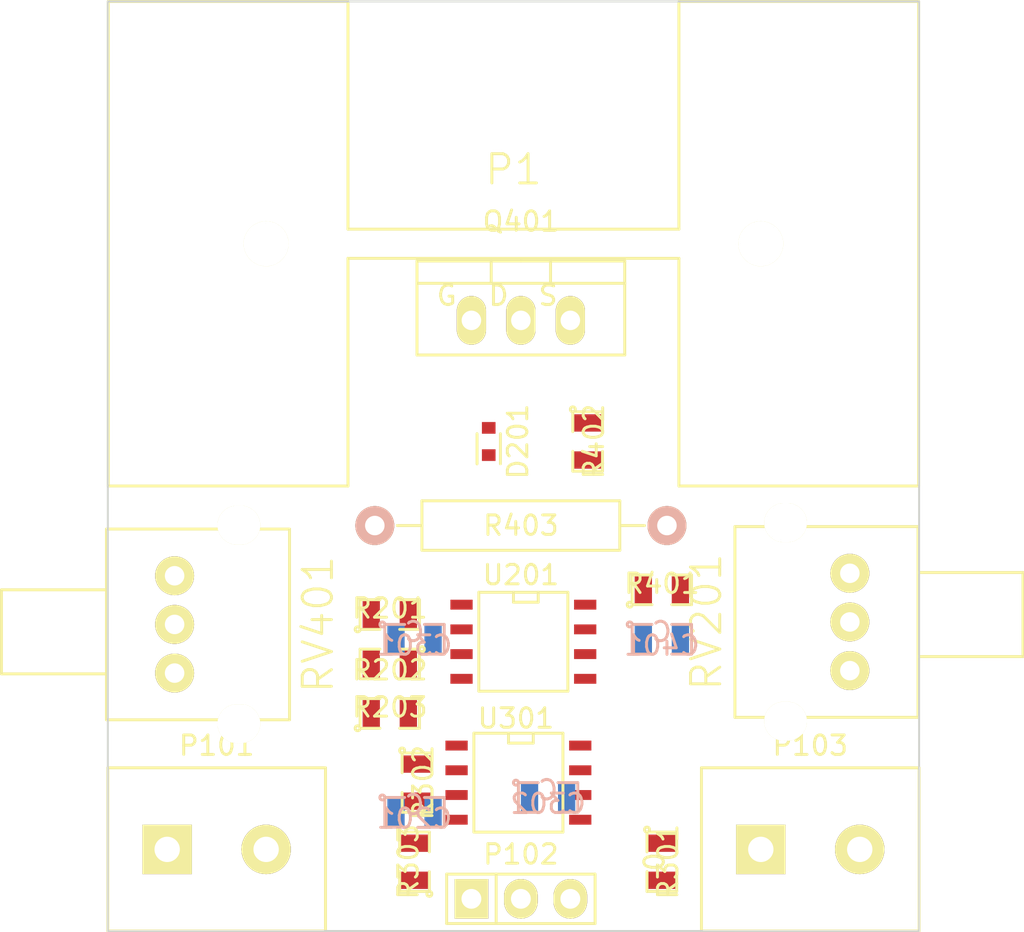
<source format=kicad_pcb>
(kicad_pcb (version 4) (host pcbnew 0.201502091101+5410~21~ubuntu14.04.1-product)

  (general
    (links 43)
    (no_connects 42)
    (area 106.121999 35.763999 147.878001 83.616001)
    (thickness 1.6)
    (drawings 4)
    (tracks 0)
    (zones 0)
    (modules 23)
    (nets 18)
  )

  (page A4)
  (layers
    (0 F.Cu signal)
    (31 B.Cu signal)
    (32 B.Adhes user)
    (33 F.Adhes user)
    (34 B.Paste user)
    (35 F.Paste user)
    (36 B.SilkS user hide)
    (37 F.SilkS user)
    (38 B.Mask user hide)
    (39 F.Mask user)
    (40 Dwgs.User user)
    (41 Cmts.User user)
    (42 Eco1.User user)
    (43 Eco2.User user)
    (44 Edge.Cuts user)
    (45 Margin user)
    (46 B.CrtYd user)
    (47 F.CrtYd user)
    (48 B.Fab user)
    (49 F.Fab user)
  )

  (setup
    (last_trace_width 0.254)
    (trace_clearance 0.254)
    (zone_clearance 0.508)
    (zone_45_only no)
    (trace_min 0.254)
    (segment_width 0.2)
    (edge_width 0.1)
    (via_size 0.889)
    (via_drill 0.635)
    (via_min_size 0.889)
    (via_min_drill 0.508)
    (uvia_size 0.508)
    (uvia_drill 0.127)
    (uvias_allowed no)
    (uvia_min_size 0.508)
    (uvia_min_drill 0.127)
    (pcb_text_width 0.3)
    (pcb_text_size 1.5 1.5)
    (mod_edge_width 0.15)
    (mod_text_size 1 1)
    (mod_text_width 0.15)
    (pad_size 1.5 1.5)
    (pad_drill 0.6)
    (pad_to_mask_clearance 0)
    (aux_axis_origin 0 0)
    (visible_elements FFFFF33F)
    (pcbplotparams
      (layerselection 0x00030_80000001)
      (usegerberextensions false)
      (excludeedgelayer true)
      (linewidth 0.100000)
      (plotframeref false)
      (viasonmask false)
      (mode 1)
      (useauxorigin false)
      (hpglpennumber 1)
      (hpglpenspeed 20)
      (hpglpendiameter 15)
      (hpglpenoverlay 2)
      (psnegative false)
      (psa4output false)
      (plotreference true)
      (plotvalue true)
      (plotinvisibletext false)
      (padsonsilk false)
      (subtractmaskfromsilk false)
      (outputformat 1)
      (mirror false)
      (drillshape 1)
      (scaleselection 1)
      (outputdirectory ""))
  )

  (net 0 "")
  (net 1 2.7V)
  (net 2 GND)
  (net 3 "/Power Regulation/Vin")
  (net 4 "/Current Control/FET_Gate")
  (net 5 "Net-(D201-Pad2)")
  (net 6 "Net-(P101-Pad1)")
  (net 7 "/Current Control/Current_Sink+")
  (net 8 "Net-(Q401-PadS)")
  (net 9 "/Voltage Control/Current_Sink-")
  (net 10 "Net-(R202-Pad2)")
  (net 11 "Net-(R301-Pad1)")
  (net 12 "Net-(R302-Pad2)")
  (net 13 "Net-(R402-Pad2)")
  (net 14 "Net-(R201-Pad2)")
  (net 15 "Net-(R401-Pad2)")
  (net 16 "Net-(RV201-Pad1)")
  (net 17 "Net-(RV401-Pad3)")

  (net_class Default "This is the default net class."
    (clearance 0.254)
    (trace_width 0.254)
    (via_dia 0.889)
    (via_drill 0.635)
    (uvia_dia 0.508)
    (uvia_drill 0.127)
    (add_net "/Current Control/Current_Sink+")
    (add_net "/Current Control/FET_Gate")
    (add_net "/Power Regulation/Vin")
    (add_net "/Voltage Control/Current_Sink-")
    (add_net 2.7V)
    (add_net GND)
    (add_net "Net-(D201-Pad2)")
    (add_net "Net-(P101-Pad1)")
    (add_net "Net-(Q401-PadS)")
    (add_net "Net-(R201-Pad2)")
    (add_net "Net-(R202-Pad2)")
    (add_net "Net-(R301-Pad1)")
    (add_net "Net-(R302-Pad2)")
    (add_net "Net-(R401-Pad2)")
    (add_net "Net-(R402-Pad2)")
    (add_net "Net-(RV201-Pad1)")
    (add_net "Net-(RV401-Pad3)")
  )

  (module SMD_Packages:SMD-0805 (layer B.Cu) (tedit 54DD8448) (tstamp 54DD849A)
    (at 121.92 77.47)
    (path /54DACEE9/54DB1D32)
    (attr smd)
    (fp_text reference C201 (at 0 0.3175) (layer B.SilkS)
      (effects (font (size 1 1) (thickness 0.15)) (justify mirror))
    )
    (fp_text value C (at 0 -0.381) (layer B.SilkS)
      (effects (font (size 1 1) (thickness 0.15)) (justify mirror))
    )
    (fp_circle (center -1.651 -0.762) (end -1.651 -0.635) (layer B.SilkS) (width 0.15))
    (fp_line (start -0.508 -0.762) (end -1.524 -0.762) (layer B.SilkS) (width 0.15))
    (fp_line (start -1.524 -0.762) (end -1.524 0.762) (layer B.SilkS) (width 0.15))
    (fp_line (start -1.524 0.762) (end -0.508 0.762) (layer B.SilkS) (width 0.15))
    (fp_line (start 0.508 0.762) (end 1.524 0.762) (layer B.SilkS) (width 0.15))
    (fp_line (start 1.524 0.762) (end 1.524 -0.762) (layer B.SilkS) (width 0.15))
    (fp_line (start 1.524 -0.762) (end 0.508 -0.762) (layer B.SilkS) (width 0.15))
    (pad 1 smd rect (at -0.9525 0) (size 0.889 1.397) (layers B.Cu B.Paste B.Mask)
      (net 1 2.7V))
    (pad 2 smd rect (at 0.9525 0) (size 0.889 1.397) (layers B.Cu B.Paste B.Mask)
      (net 2 GND))
    (model SMD_Packages/SMD-0805.wrl
      (at (xyz 0 0 0))
      (scale (xyz 0.1 0.1 0.1))
      (rotate (xyz 0 0 0))
    )
  )

  (module SMD_Packages:SMD-0805 (layer B.Cu) (tedit 54DD8448) (tstamp 54DD84A0)
    (at 121.92 68.58)
    (path /54DACF20/54DAF10D)
    (attr smd)
    (fp_text reference C301 (at 0 0.3175) (layer B.SilkS)
      (effects (font (size 1 1) (thickness 0.15)) (justify mirror))
    )
    (fp_text value C (at 0 -0.381) (layer B.SilkS)
      (effects (font (size 1 1) (thickness 0.15)) (justify mirror))
    )
    (fp_circle (center -1.651 -0.762) (end -1.651 -0.635) (layer B.SilkS) (width 0.15))
    (fp_line (start -0.508 -0.762) (end -1.524 -0.762) (layer B.SilkS) (width 0.15))
    (fp_line (start -1.524 -0.762) (end -1.524 0.762) (layer B.SilkS) (width 0.15))
    (fp_line (start -1.524 0.762) (end -0.508 0.762) (layer B.SilkS) (width 0.15))
    (fp_line (start 0.508 0.762) (end 1.524 0.762) (layer B.SilkS) (width 0.15))
    (fp_line (start 1.524 0.762) (end 1.524 -0.762) (layer B.SilkS) (width 0.15))
    (fp_line (start 1.524 -0.762) (end 0.508 -0.762) (layer B.SilkS) (width 0.15))
    (pad 1 smd rect (at -0.9525 0) (size 0.889 1.397) (layers B.Cu B.Paste B.Mask)
      (net 3 "/Power Regulation/Vin"))
    (pad 2 smd rect (at 0.9525 0) (size 0.889 1.397) (layers B.Cu B.Paste B.Mask)
      (net 2 GND))
    (model SMD_Packages/SMD-0805.wrl
      (at (xyz 0 0 0))
      (scale (xyz 0.1 0.1 0.1))
      (rotate (xyz 0 0 0))
    )
  )

  (module SMD_Packages:SMD-0805 (layer B.Cu) (tedit 54DD8448) (tstamp 54DD84A6)
    (at 128.778 76.708)
    (path /54DACF20/54DAF114)
    (attr smd)
    (fp_text reference C302 (at 0 0.3175) (layer B.SilkS)
      (effects (font (size 1 1) (thickness 0.15)) (justify mirror))
    )
    (fp_text value C (at 0 -0.381) (layer B.SilkS)
      (effects (font (size 1 1) (thickness 0.15)) (justify mirror))
    )
    (fp_circle (center -1.651 -0.762) (end -1.651 -0.635) (layer B.SilkS) (width 0.15))
    (fp_line (start -0.508 -0.762) (end -1.524 -0.762) (layer B.SilkS) (width 0.15))
    (fp_line (start -1.524 -0.762) (end -1.524 0.762) (layer B.SilkS) (width 0.15))
    (fp_line (start -1.524 0.762) (end -0.508 0.762) (layer B.SilkS) (width 0.15))
    (fp_line (start 0.508 0.762) (end 1.524 0.762) (layer B.SilkS) (width 0.15))
    (fp_line (start 1.524 0.762) (end 1.524 -0.762) (layer B.SilkS) (width 0.15))
    (fp_line (start 1.524 -0.762) (end 0.508 -0.762) (layer B.SilkS) (width 0.15))
    (pad 1 smd rect (at -0.9525 0) (size 0.889 1.397) (layers B.Cu B.Paste B.Mask)
      (net 1 2.7V))
    (pad 2 smd rect (at 0.9525 0) (size 0.889 1.397) (layers B.Cu B.Paste B.Mask)
      (net 2 GND))
    (model SMD_Packages/SMD-0805.wrl
      (at (xyz 0 0 0))
      (scale (xyz 0.1 0.1 0.1))
      (rotate (xyz 0 0 0))
    )
  )

  (module SMD_Packages:SMD-0805 (layer B.Cu) (tedit 54DD8448) (tstamp 54DD84AC)
    (at 134.62 68.58)
    (path /54DACF0C/54DADCAE)
    (attr smd)
    (fp_text reference C401 (at 0 0.3175) (layer B.SilkS)
      (effects (font (size 1 1) (thickness 0.15)) (justify mirror))
    )
    (fp_text value C (at 0 -0.381) (layer B.SilkS)
      (effects (font (size 1 1) (thickness 0.15)) (justify mirror))
    )
    (fp_circle (center -1.651 -0.762) (end -1.651 -0.635) (layer B.SilkS) (width 0.15))
    (fp_line (start -0.508 -0.762) (end -1.524 -0.762) (layer B.SilkS) (width 0.15))
    (fp_line (start -1.524 -0.762) (end -1.524 0.762) (layer B.SilkS) (width 0.15))
    (fp_line (start -1.524 0.762) (end -0.508 0.762) (layer B.SilkS) (width 0.15))
    (fp_line (start 0.508 0.762) (end 1.524 0.762) (layer B.SilkS) (width 0.15))
    (fp_line (start 1.524 0.762) (end 1.524 -0.762) (layer B.SilkS) (width 0.15))
    (fp_line (start 1.524 -0.762) (end 0.508 -0.762) (layer B.SilkS) (width 0.15))
    (pad 1 smd rect (at -0.9525 0) (size 0.889 1.397) (layers B.Cu B.Paste B.Mask)
      (net 1 2.7V))
    (pad 2 smd rect (at 0.9525 0) (size 0.889 1.397) (layers B.Cu B.Paste B.Mask)
      (net 2 GND))
    (model SMD_Packages/SMD-0805.wrl
      (at (xyz 0 0 0))
      (scale (xyz 0.1 0.1 0.1))
      (rotate (xyz 0 0 0))
    )
  )

  (module SMD_Packages:SOD-523 (layer F.Cu) (tedit 54E3FD01) (tstamp 54DD84B2)
    (at 125.73 58.42 270)
    (descr "http://www.diodes.com/datasheets/ap02001.pdf p.144")
    (tags "Diode SOD523")
    (path /54DACEE9/54DB1E38)
    (fp_text reference D201 (at 0 -1.5 270) (layer F.SilkS)
      (effects (font (size 1 1) (thickness 0.15)))
    )
    (fp_text value DIODE (at 0 1.7 270) (layer F.SilkS) hide
      (effects (font (size 1 1) (thickness 0.15)))
    )
    (fp_line (start -0.4 0.6) (end 1.15 0.6) (layer F.SilkS) (width 0.15))
    (fp_line (start -0.4 -0.6) (end 1.15 -0.6) (layer F.SilkS) (width 0.15))
    (pad 1 smd rect (at -0.7 0 270) (size 0.6 0.7) (layers F.Cu F.Paste F.Mask)
      (net 4 "/Current Control/FET_Gate"))
    (pad 2 smd rect (at 0.7 0 270) (size 0.6 0.7) (layers F.Cu F.Paste F.Mask)
      (net 5 "Net-(D201-Pad2)"))
  )

  (module Transistors_TO-220:TO-220_FET-GDS_Vertical (layer F.Cu) (tedit 54DD8448) (tstamp 54DD84CC)
    (at 127.381 52.197)
    (descr "TO-220, FET-GDS, Vertical,")
    (tags "TO-220, FET-GDS, Vertical,")
    (path /54DACF0C/54DADC74)
    (fp_text reference Q401 (at 0 -5.08) (layer F.SilkS)
      (effects (font (size 1 1) (thickness 0.15)))
    )
    (fp_text value BUK9575 (at 0 3.81) (layer F.SilkS) hide
      (effects (font (size 1 1) (thickness 0.15)))
    )
    (fp_text user S (at 1.397 -1.27) (layer F.SilkS)
      (effects (font (size 1 1) (thickness 0.15)))
    )
    (fp_text user D (at -1.143 -1.27) (layer F.SilkS)
      (effects (font (size 1 1) (thickness 0.15)))
    )
    (fp_text user G (at -3.81 -1.27) (layer F.SilkS)
      (effects (font (size 1 1) (thickness 0.15)))
    )
    (fp_line (start -1.524 -3.048) (end -1.524 -1.905) (layer F.SilkS) (width 0.15))
    (fp_line (start 1.524 -3.048) (end 1.524 -1.905) (layer F.SilkS) (width 0.15))
    (fp_line (start 5.334 -1.905) (end 5.334 1.778) (layer F.SilkS) (width 0.15))
    (fp_line (start 5.334 1.778) (end -5.334 1.778) (layer F.SilkS) (width 0.15))
    (fp_line (start -5.334 1.778) (end -5.334 -1.905) (layer F.SilkS) (width 0.15))
    (fp_line (start 5.334 -3.048) (end 5.334 -1.905) (layer F.SilkS) (width 0.15))
    (fp_line (start 5.334 -1.905) (end -5.334 -1.905) (layer F.SilkS) (width 0.15))
    (fp_line (start -5.334 -1.905) (end -5.334 -3.048) (layer F.SilkS) (width 0.15))
    (fp_line (start 0 -3.048) (end -5.334 -3.048) (layer F.SilkS) (width 0.15))
    (fp_line (start 0 -3.048) (end 5.334 -3.048) (layer F.SilkS) (width 0.15))
    (pad D thru_hole oval (at 0 0 90) (size 2.49936 1.50114) (drill 1.00076) (layers *.Cu *.Mask F.SilkS)
      (net 7 "/Current Control/Current_Sink+"))
    (pad G thru_hole oval (at -2.54 0 90) (size 2.49936 1.50114) (drill 1.00076) (layers *.Cu *.Mask F.SilkS)
      (net 4 "/Current Control/FET_Gate"))
    (pad S thru_hole oval (at 2.54 0 90) (size 2.49936 1.50114) (drill 1.00076) (layers *.Cu *.Mask F.SilkS)
      (net 8 "Net-(Q401-PadS)"))
    (model Transistors_TO-220/TO-220_FET-GDS_Vertical.wrl
      (at (xyz 0 0 0))
      (scale (xyz 0.3937 0.3937 0.3937))
      (rotate (xyz 0 0 0))
    )
  )

  (module SMD_Packages:SMD-0805 (layer F.Cu) (tedit 54E3FD0C) (tstamp 54DD84D2)
    (at 120.65 67.31)
    (path /54DACEE9/54DB1D0A)
    (attr smd)
    (fp_text reference R201 (at 0 -0.3175) (layer F.SilkS)
      (effects (font (size 1 1) (thickness 0.15)))
    )
    (fp_text value 28.7K (at 0 0.381) (layer F.SilkS) hide
      (effects (font (size 1 1) (thickness 0.15)))
    )
    (fp_circle (center -1.651 0.762) (end -1.651 0.635) (layer F.SilkS) (width 0.15))
    (fp_line (start -0.508 0.762) (end -1.524 0.762) (layer F.SilkS) (width 0.15))
    (fp_line (start -1.524 0.762) (end -1.524 -0.762) (layer F.SilkS) (width 0.15))
    (fp_line (start -1.524 -0.762) (end -0.508 -0.762) (layer F.SilkS) (width 0.15))
    (fp_line (start 0.508 -0.762) (end 1.524 -0.762) (layer F.SilkS) (width 0.15))
    (fp_line (start 1.524 -0.762) (end 1.524 0.762) (layer F.SilkS) (width 0.15))
    (fp_line (start 1.524 0.762) (end 0.508 0.762) (layer F.SilkS) (width 0.15))
    (pad 1 smd rect (at -0.9525 0) (size 0.889 1.397) (layers F.Cu F.Paste F.Mask)
      (net 1 2.7V))
    (pad 2 smd rect (at 0.9525 0) (size 0.889 1.397) (layers F.Cu F.Paste F.Mask)
      (net 14 "Net-(R201-Pad2)"))
    (model SMD_Packages/SMD-0805.wrl
      (at (xyz 0 0 0))
      (scale (xyz 0.1 0.1 0.1))
      (rotate (xyz 0 0 0))
    )
  )

  (module SMD_Packages:SMD-0805 (layer F.Cu) (tedit 54E3FD08) (tstamp 54DD84D8)
    (at 120.65 69.85 180)
    (path /54DACEE9/54DB1EC2)
    (attr smd)
    (fp_text reference R202 (at 0 -0.3175 180) (layer F.SilkS)
      (effects (font (size 1 1) (thickness 0.15)))
    )
    (fp_text value 9K (at 0 0.381 180) (layer F.SilkS) hide
      (effects (font (size 1 1) (thickness 0.15)))
    )
    (fp_circle (center -1.651 0.762) (end -1.651 0.635) (layer F.SilkS) (width 0.15))
    (fp_line (start -0.508 0.762) (end -1.524 0.762) (layer F.SilkS) (width 0.15))
    (fp_line (start -1.524 0.762) (end -1.524 -0.762) (layer F.SilkS) (width 0.15))
    (fp_line (start -1.524 -0.762) (end -0.508 -0.762) (layer F.SilkS) (width 0.15))
    (fp_line (start 0.508 -0.762) (end 1.524 -0.762) (layer F.SilkS) (width 0.15))
    (fp_line (start 1.524 -0.762) (end 1.524 0.762) (layer F.SilkS) (width 0.15))
    (fp_line (start 1.524 0.762) (end 0.508 0.762) (layer F.SilkS) (width 0.15))
    (pad 1 smd rect (at -0.9525 0 180) (size 0.889 1.397) (layers F.Cu F.Paste F.Mask)
      (net 7 "/Current Control/Current_Sink+"))
    (pad 2 smd rect (at 0.9525 0 180) (size 0.889 1.397) (layers F.Cu F.Paste F.Mask)
      (net 10 "Net-(R202-Pad2)"))
    (model SMD_Packages/SMD-0805.wrl
      (at (xyz 0 0 0))
      (scale (xyz 0.1 0.1 0.1))
      (rotate (xyz 0 0 0))
    )
  )

  (module SMD_Packages:SMD-0805 (layer F.Cu) (tedit 54E3FD11) (tstamp 54DD84DE)
    (at 120.65 72.39)
    (path /54DACEE9/54DB1F3A)
    (attr smd)
    (fp_text reference R203 (at 0 -0.3175) (layer F.SilkS)
      (effects (font (size 1 1) (thickness 0.15)))
    )
    (fp_text value 1K (at 0 0.381) (layer F.SilkS) hide
      (effects (font (size 1 1) (thickness 0.15)))
    )
    (fp_circle (center -1.651 0.762) (end -1.651 0.635) (layer F.SilkS) (width 0.15))
    (fp_line (start -0.508 0.762) (end -1.524 0.762) (layer F.SilkS) (width 0.15))
    (fp_line (start -1.524 0.762) (end -1.524 -0.762) (layer F.SilkS) (width 0.15))
    (fp_line (start -1.524 -0.762) (end -0.508 -0.762) (layer F.SilkS) (width 0.15))
    (fp_line (start 0.508 -0.762) (end 1.524 -0.762) (layer F.SilkS) (width 0.15))
    (fp_line (start 1.524 -0.762) (end 1.524 0.762) (layer F.SilkS) (width 0.15))
    (fp_line (start 1.524 0.762) (end 0.508 0.762) (layer F.SilkS) (width 0.15))
    (pad 1 smd rect (at -0.9525 0) (size 0.889 1.397) (layers F.Cu F.Paste F.Mask)
      (net 10 "Net-(R202-Pad2)"))
    (pad 2 smd rect (at 0.9525 0) (size 0.889 1.397) (layers F.Cu F.Paste F.Mask)
      (net 9 "/Voltage Control/Current_Sink-"))
    (model SMD_Packages/SMD-0805.wrl
      (at (xyz 0 0 0))
      (scale (xyz 0.1 0.1 0.1))
      (rotate (xyz 0 0 0))
    )
  )

  (module SMD_Packages:SMD-0805 (layer F.Cu) (tedit 54DD8448) (tstamp 54DD84E4)
    (at 134.62 80.01 270)
    (path /54DACF20/54DAF11D)
    (attr smd)
    (fp_text reference R301 (at 0 -0.3175 270) (layer F.SilkS)
      (effects (font (size 1 1) (thickness 0.15)))
    )
    (fp_text value 0 (at 0 0.381 270) (layer F.SilkS)
      (effects (font (size 1 1) (thickness 0.15)))
    )
    (fp_circle (center -1.651 0.762) (end -1.651 0.635) (layer F.SilkS) (width 0.15))
    (fp_line (start -0.508 0.762) (end -1.524 0.762) (layer F.SilkS) (width 0.15))
    (fp_line (start -1.524 0.762) (end -1.524 -0.762) (layer F.SilkS) (width 0.15))
    (fp_line (start -1.524 -0.762) (end -0.508 -0.762) (layer F.SilkS) (width 0.15))
    (fp_line (start 0.508 -0.762) (end 1.524 -0.762) (layer F.SilkS) (width 0.15))
    (fp_line (start 1.524 -0.762) (end 1.524 0.762) (layer F.SilkS) (width 0.15))
    (fp_line (start 1.524 0.762) (end 0.508 0.762) (layer F.SilkS) (width 0.15))
    (pad 1 smd rect (at -0.9525 0 270) (size 0.889 1.397) (layers F.Cu F.Paste F.Mask)
      (net 11 "Net-(R301-Pad1)"))
    (pad 2 smd rect (at 0.9525 0 270) (size 0.889 1.397) (layers F.Cu F.Paste F.Mask)
      (net 2 GND))
    (model SMD_Packages/SMD-0805.wrl
      (at (xyz 0 0 0))
      (scale (xyz 0.1 0.1 0.1))
      (rotate (xyz 0 0 0))
    )
  )

  (module SMD_Packages:SMD-0805 (layer F.Cu) (tedit 54E3FD7B) (tstamp 54DD84EA)
    (at 122.047 75.946 270)
    (path /54DACF20/54DAF13B)
    (attr smd)
    (fp_text reference R302 (at 0 -0.3175 270) (layer F.SilkS)
      (effects (font (size 1 1) (thickness 0.15)))
    )
    (fp_text value 27K (at 0 0.381 270) (layer F.SilkS) hide
      (effects (font (size 1 1) (thickness 0.15)))
    )
    (fp_circle (center -1.651 0.762) (end -1.651 0.635) (layer F.SilkS) (width 0.15))
    (fp_line (start -0.508 0.762) (end -1.524 0.762) (layer F.SilkS) (width 0.15))
    (fp_line (start -1.524 0.762) (end -1.524 -0.762) (layer F.SilkS) (width 0.15))
    (fp_line (start -1.524 -0.762) (end -0.508 -0.762) (layer F.SilkS) (width 0.15))
    (fp_line (start 0.508 -0.762) (end 1.524 -0.762) (layer F.SilkS) (width 0.15))
    (fp_line (start 1.524 -0.762) (end 1.524 0.762) (layer F.SilkS) (width 0.15))
    (fp_line (start 1.524 0.762) (end 0.508 0.762) (layer F.SilkS) (width 0.15))
    (pad 1 smd rect (at -0.9525 0 270) (size 0.889 1.397) (layers F.Cu F.Paste F.Mask)
      (net 1 2.7V))
    (pad 2 smd rect (at 0.9525 0 270) (size 0.889 1.397) (layers F.Cu F.Paste F.Mask)
      (net 12 "Net-(R302-Pad2)"))
    (model SMD_Packages/SMD-0805.wrl
      (at (xyz 0 0 0))
      (scale (xyz 0.1 0.1 0.1))
      (rotate (xyz 0 0 0))
    )
  )

  (module SMD_Packages:SMD-0805 (layer F.Cu) (tedit 54E3FD7D) (tstamp 54DD84F0)
    (at 121.92 80.01 90)
    (path /54DACF20/54DAF142)
    (attr smd)
    (fp_text reference R303 (at 0 -0.3175 90) (layer F.SilkS)
      (effects (font (size 1 1) (thickness 0.15)))
    )
    (fp_text value 21.6K (at 0 0.381 90) (layer F.SilkS) hide
      (effects (font (size 1 1) (thickness 0.15)))
    )
    (fp_circle (center -1.651 0.762) (end -1.651 0.635) (layer F.SilkS) (width 0.15))
    (fp_line (start -0.508 0.762) (end -1.524 0.762) (layer F.SilkS) (width 0.15))
    (fp_line (start -1.524 0.762) (end -1.524 -0.762) (layer F.SilkS) (width 0.15))
    (fp_line (start -1.524 -0.762) (end -0.508 -0.762) (layer F.SilkS) (width 0.15))
    (fp_line (start 0.508 -0.762) (end 1.524 -0.762) (layer F.SilkS) (width 0.15))
    (fp_line (start 1.524 -0.762) (end 1.524 0.762) (layer F.SilkS) (width 0.15))
    (fp_line (start 1.524 0.762) (end 0.508 0.762) (layer F.SilkS) (width 0.15))
    (pad 1 smd rect (at -0.9525 0 90) (size 0.889 1.397) (layers F.Cu F.Paste F.Mask)
      (net 12 "Net-(R302-Pad2)"))
    (pad 2 smd rect (at 0.9525 0 90) (size 0.889 1.397) (layers F.Cu F.Paste F.Mask)
      (net 2 GND))
    (model SMD_Packages/SMD-0805.wrl
      (at (xyz 0 0 0))
      (scale (xyz 0.1 0.1 0.1))
      (rotate (xyz 0 0 0))
    )
  )

  (module SMD_Packages:SMD-0805 (layer F.Cu) (tedit 54E3FD5C) (tstamp 54DD84F6)
    (at 134.62 66.04)
    (path /54DACF0C/54DADC7B)
    (attr smd)
    (fp_text reference R401 (at 0 -0.3175) (layer F.SilkS)
      (effects (font (size 1 1) (thickness 0.15)))
    )
    (fp_text value 68K (at 0 0.381) (layer F.SilkS) hide
      (effects (font (size 1 1) (thickness 0.15)))
    )
    (fp_circle (center -1.651 0.762) (end -1.651 0.635) (layer F.SilkS) (width 0.15))
    (fp_line (start -0.508 0.762) (end -1.524 0.762) (layer F.SilkS) (width 0.15))
    (fp_line (start -1.524 0.762) (end -1.524 -0.762) (layer F.SilkS) (width 0.15))
    (fp_line (start -1.524 -0.762) (end -0.508 -0.762) (layer F.SilkS) (width 0.15))
    (fp_line (start 0.508 -0.762) (end 1.524 -0.762) (layer F.SilkS) (width 0.15))
    (fp_line (start 1.524 -0.762) (end 1.524 0.762) (layer F.SilkS) (width 0.15))
    (fp_line (start 1.524 0.762) (end 0.508 0.762) (layer F.SilkS) (width 0.15))
    (pad 1 smd rect (at -0.9525 0) (size 0.889 1.397) (layers F.Cu F.Paste F.Mask)
      (net 1 2.7V))
    (pad 2 smd rect (at 0.9525 0) (size 0.889 1.397) (layers F.Cu F.Paste F.Mask)
      (net 15 "Net-(R401-Pad2)"))
    (model SMD_Packages/SMD-0805.wrl
      (at (xyz 0 0 0))
      (scale (xyz 0.1 0.1 0.1))
      (rotate (xyz 0 0 0))
    )
  )

  (module SMD_Packages:SMD-0805 (layer F.Cu) (tedit 54E3FD41) (tstamp 54DD84FC)
    (at 130.81 58.42 270)
    (path /54DACF0C/54DAE31B)
    (attr smd)
    (fp_text reference R402 (at 0 -0.3175 270) (layer F.SilkS)
      (effects (font (size 1 1) (thickness 0.15)))
    )
    (fp_text value 1K (at 0 0.381 270) (layer F.SilkS) hide
      (effects (font (size 1 1) (thickness 0.15)))
    )
    (fp_circle (center -1.651 0.762) (end -1.651 0.635) (layer F.SilkS) (width 0.15))
    (fp_line (start -0.508 0.762) (end -1.524 0.762) (layer F.SilkS) (width 0.15))
    (fp_line (start -1.524 0.762) (end -1.524 -0.762) (layer F.SilkS) (width 0.15))
    (fp_line (start -1.524 -0.762) (end -0.508 -0.762) (layer F.SilkS) (width 0.15))
    (fp_line (start 0.508 -0.762) (end 1.524 -0.762) (layer F.SilkS) (width 0.15))
    (fp_line (start 1.524 -0.762) (end 1.524 0.762) (layer F.SilkS) (width 0.15))
    (fp_line (start 1.524 0.762) (end 0.508 0.762) (layer F.SilkS) (width 0.15))
    (pad 1 smd rect (at -0.9525 0 270) (size 0.889 1.397) (layers F.Cu F.Paste F.Mask)
      (net 4 "/Current Control/FET_Gate"))
    (pad 2 smd rect (at 0.9525 0 270) (size 0.889 1.397) (layers F.Cu F.Paste F.Mask)
      (net 13 "Net-(R402-Pad2)"))
    (model SMD_Packages/SMD-0805.wrl
      (at (xyz 0 0 0))
      (scale (xyz 0.1 0.1 0.1))
      (rotate (xyz 0 0 0))
    )
  )

  (module Resistors_ThroughHole:Resistor_Horizontal_RM15mm (layer F.Cu) (tedit 54E3FCCE) (tstamp 54DD8502)
    (at 127.381 62.738 180)
    (descr "Resistor, Axial, RM 15mm,")
    (tags "Resistor, Axial, RM 15mm,")
    (path /54DACF0C/54DADC66)
    (fp_text reference R403 (at 0 0 180) (layer F.SilkS)
      (effects (font (size 1 1) (thickness 0.15)))
    )
    (fp_text value .1 (at 0 4.0005 180) (layer F.SilkS) hide
      (effects (font (size 1 1) (thickness 0.15)))
    )
    (fp_line (start -5.08 -1.27) (end -5.08 1.27) (layer F.SilkS) (width 0.15))
    (fp_line (start -5.08 1.27) (end 5.08 1.27) (layer F.SilkS) (width 0.15))
    (fp_line (start 5.08 1.27) (end 5.08 -1.27) (layer F.SilkS) (width 0.15))
    (fp_line (start 5.08 -1.27) (end -5.08 -1.27) (layer F.SilkS) (width 0.15))
    (fp_line (start 6.35 0) (end 5.08 0) (layer F.SilkS) (width 0.15))
    (fp_line (start -6.35 0) (end -5.08 0) (layer F.SilkS) (width 0.15))
    (pad 1 thru_hole circle (at -7.5 0 180) (size 1.99898 1.99898) (drill 1.00076) (layers *.Cu *.SilkS *.Mask)
      (net 8 "Net-(Q401-PadS)"))
    (pad 2 thru_hole circle (at 7.5 0 180) (size 1.99898 1.99898) (drill 1.00076) (layers *.Cu *.SilkS *.Mask)
      (net 2 GND))
    (model Resistors_ThroughHole/Resistor_Horizontal_RM15mm.wrl
      (at (xyz 0 0 0))
      (scale (xyz 0.4 0.4 0.4))
      (rotate (xyz 0 0 0))
    )
  )

  (module SMD_Packages:SOIC-8-N (layer F.Cu) (tedit 54E3FD9E) (tstamp 54DD851C)
    (at 127.508 68.707 270)
    (descr "Module Narrow CMS SOJ 8 pins large")
    (tags "CMS SOJ")
    (path /54DACEE9/54DB1D03)
    (attr smd)
    (fp_text reference U201 (at -3.429 0.127 540) (layer F.SilkS)
      (effects (font (size 1 1) (thickness 0.15)))
    )
    (fp_text value LMV358 (at 0 1.27 270) (layer F.SilkS) hide
      (effects (font (size 1 1) (thickness 0.15)))
    )
    (fp_line (start -2.54 -2.286) (end 2.54 -2.286) (layer F.SilkS) (width 0.15))
    (fp_line (start 2.54 -2.286) (end 2.54 2.286) (layer F.SilkS) (width 0.15))
    (fp_line (start 2.54 2.286) (end -2.54 2.286) (layer F.SilkS) (width 0.15))
    (fp_line (start -2.54 2.286) (end -2.54 -2.286) (layer F.SilkS) (width 0.15))
    (fp_line (start -2.54 -0.762) (end -2.032 -0.762) (layer F.SilkS) (width 0.15))
    (fp_line (start -2.032 -0.762) (end -2.032 0.508) (layer F.SilkS) (width 0.15))
    (fp_line (start -2.032 0.508) (end -2.54 0.508) (layer F.SilkS) (width 0.15))
    (pad 8 smd rect (at -1.905 -3.175 270) (size 0.508 1.143) (layers F.Cu F.Paste F.Mask)
      (net 1 2.7V))
    (pad 7 smd rect (at -0.635 -3.175 270) (size 0.508 1.143) (layers F.Cu F.Paste F.Mask)
      (net 13 "Net-(R402-Pad2)"))
    (pad 6 smd rect (at 0.635 -3.175 270) (size 0.508 1.143) (layers F.Cu F.Paste F.Mask)
      (net 8 "Net-(Q401-PadS)"))
    (pad 5 smd rect (at 1.905 -3.175 270) (size 0.508 1.143) (layers F.Cu F.Paste F.Mask)
      (net 15 "Net-(R401-Pad2)"))
    (pad 4 smd rect (at 1.905 3.175 270) (size 0.508 1.143) (layers F.Cu F.Paste F.Mask)
      (net 2 GND))
    (pad 3 smd rect (at 0.635 3.175 270) (size 0.508 1.143) (layers F.Cu F.Paste F.Mask)
      (net 14 "Net-(R201-Pad2)"))
    (pad 2 smd rect (at -0.635 3.175 270) (size 0.508 1.143) (layers F.Cu F.Paste F.Mask)
      (net 10 "Net-(R202-Pad2)"))
    (pad 1 smd rect (at -1.905 3.175 270) (size 0.508 1.143) (layers F.Cu F.Paste F.Mask)
      (net 5 "Net-(D201-Pad2)"))
    (model SMD_Packages/SOIC-8-N.wrl
      (at (xyz 0 0 0))
      (scale (xyz 0.5 0.38 0.5))
      (rotate (xyz 0 0 0))
    )
  )

  (module SMD_Packages:SOIC-8-N (layer F.Cu) (tedit 54E3FD93) (tstamp 54DD8528)
    (at 127.254 75.946 270)
    (descr "Module Narrow CMS SOJ 8 pins large")
    (tags "CMS SOJ")
    (path /54DACF20/54DAF12F)
    (attr smd)
    (fp_text reference U301 (at -3.302 0.127 360) (layer F.SilkS)
      (effects (font (size 1 1) (thickness 0.15)))
    )
    (fp_text value LM2931D-R (at 0 1.27 270) (layer F.SilkS) hide
      (effects (font (size 1 1) (thickness 0.15)))
    )
    (fp_line (start -2.54 -2.286) (end 2.54 -2.286) (layer F.SilkS) (width 0.15))
    (fp_line (start 2.54 -2.286) (end 2.54 2.286) (layer F.SilkS) (width 0.15))
    (fp_line (start 2.54 2.286) (end -2.54 2.286) (layer F.SilkS) (width 0.15))
    (fp_line (start -2.54 2.286) (end -2.54 -2.286) (layer F.SilkS) (width 0.15))
    (fp_line (start -2.54 -0.762) (end -2.032 -0.762) (layer F.SilkS) (width 0.15))
    (fp_line (start -2.032 -0.762) (end -2.032 0.508) (layer F.SilkS) (width 0.15))
    (fp_line (start -2.032 0.508) (end -2.54 0.508) (layer F.SilkS) (width 0.15))
    (pad 8 smd rect (at -1.905 -3.175 270) (size 0.508 1.143) (layers F.Cu F.Paste F.Mask)
      (net 3 "/Power Regulation/Vin"))
    (pad 7 smd rect (at -0.635 -3.175 270) (size 0.508 1.143) (layers F.Cu F.Paste F.Mask)
      (net 2 GND))
    (pad 6 smd rect (at 0.635 -3.175 270) (size 0.508 1.143) (layers F.Cu F.Paste F.Mask)
      (net 2 GND))
    (pad 5 smd rect (at 1.905 -3.175 270) (size 0.508 1.143) (layers F.Cu F.Paste F.Mask)
      (net 11 "Net-(R301-Pad1)"))
    (pad 4 smd rect (at 1.905 3.175 270) (size 0.508 1.143) (layers F.Cu F.Paste F.Mask)
      (net 12 "Net-(R302-Pad2)"))
    (pad 3 smd rect (at 0.635 3.175 270) (size 0.508 1.143) (layers F.Cu F.Paste F.Mask)
      (net 2 GND))
    (pad 2 smd rect (at -0.635 3.175 270) (size 0.508 1.143) (layers F.Cu F.Paste F.Mask)
      (net 2 GND))
    (pad 1 smd rect (at -1.905 3.175 270) (size 0.508 1.143) (layers F.Cu F.Paste F.Mask)
      (net 1 2.7V))
    (model SMD_Packages/SOIC-8-N.wrl
      (at (xyz 0 0 0))
      (scale (xyz 0.5 0.38 0.5))
      (rotate (xyz 0 0 0))
    )
  )

  (module Current:FA-T220-38E (layer F.Cu) (tedit 54DFC64A) (tstamp 54E12869)
    (at 127 48.26)
    (path /54DACF0C/54DFC527)
    (fp_text reference P1 (at 0 -3.81) (layer F.SilkS)
      (effects (font (size 1.5 1.5) (thickness 0.15)))
    )
    (fp_text value CONN_01X01 (at 0 -6.35) (layer F.Fab)
      (effects (font (size 1.5 1.5) (thickness 0.15)))
    )
    (fp_line (start -8.4963 12.446) (end -20.8026 12.446) (layer F.SilkS) (width 0.15))
    (fp_line (start 20.8026 12.446) (end 8.4963 12.446) (layer F.SilkS) (width 0.15))
    (fp_line (start 8.4963 -12.446) (end 20.8026 -12.446) (layer F.SilkS) (width 0.15))
    (fp_line (start -20.8026 -12.446) (end -8.4963 -12.446) (layer F.SilkS) (width 0.15))
    (fp_line (start 8.4963 0.7493) (end 8.4963 12.446) (layer F.SilkS) (width 0.15))
    (fp_line (start -8.4963 0.7493) (end -8.4963 12.446) (layer F.SilkS) (width 0.15))
    (fp_line (start -8.4963 -0.7493) (end -8.4963 -12.446) (layer F.SilkS) (width 0.15))
    (fp_line (start 8.4963 -0.7493) (end 8.4963 -12.446) (layer F.SilkS) (width 0.15))
    (fp_line (start -8.4963 0.7493) (end 8.4963 0.7493) (layer F.SilkS) (width 0.15))
    (fp_line (start -8.4963 -0.7493) (end 8.4963 -0.7493) (layer F.SilkS) (width 0.15))
    (fp_line (start 20.8026 -12.446) (end 20.8026 12.446) (layer F.SilkS) (width 0.15))
    (fp_line (start -20.8026 12.446) (end -20.8026 -12.446) (layer F.SilkS) (width 0.15))
    (pad "" np_thru_hole circle (at -12.7 0) (size 2.3114 2.3114) (drill 2.3114) (layers *.Cu *.Mask F.SilkS))
    (pad "" np_thru_hole circle (at 12.7 0) (size 2.3114 2.3114) (drill 2.3114) (layers *.Cu *.Mask F.SilkS))
  )

  (module Current:Terminal_Block_200_mil (layer F.Cu) (tedit 54E13201) (tstamp 54E13283)
    (at 111.76 79.375)
    (descr "Through hole pin header")
    (tags "pin header")
    (path /54D858EB)
    (fp_text reference P101 (at 0 -5.334) (layer F.SilkS)
      (effects (font (size 1 1) (thickness 0.15)))
    )
    (fp_text value CONN_01X02 (at 0.254 3.048) (layer F.SilkS) hide
      (effects (font (size 1 1) (thickness 0.15)))
    )
    (fp_line (start -5.588 -4.191) (end -5.588 4.191) (layer F.SilkS) (width 0.15))
    (fp_line (start -3.81 4.191) (end 0 4.191) (layer F.SilkS) (width 0.15))
    (fp_line (start -5.588 4.191) (end 5.588 4.191) (layer F.SilkS) (width 0.15))
    (fp_line (start 5.588 4.191) (end 5.588 -4.191) (layer F.SilkS) (width 0.15))
    (fp_line (start 5.588 -4.191) (end -5.588 -4.191) (layer F.SilkS) (width 0.15))
    (pad 1 thru_hole rect (at -2.54 0) (size 2.54 2.54) (drill 1.30048) (layers *.Cu *.Mask F.SilkS)
      (net 6 "Net-(P101-Pad1)"))
    (pad 2 thru_hole oval (at 2.54 0) (size 2.54 2.54) (drill 1.30048) (layers *.Cu *.Mask F.SilkS)
      (net 2 GND))
    (model Pin_Headers/Pin_Header_Straight_1x02.wrl
      (at (xyz 0 0 0))
      (scale (xyz 1 1 1))
      (rotate (xyz 0 0 0))
    )
  )

  (module Current:Terminal_Block_200_mil (layer F.Cu) (tedit 54E13201) (tstamp 54E13298)
    (at 142.24 79.375)
    (descr "Through hole pin header")
    (tags "pin header")
    (path /54CEA02B)
    (fp_text reference P103 (at 0 -5.334) (layer F.SilkS)
      (effects (font (size 1 1) (thickness 0.15)))
    )
    (fp_text value CONN_01X02 (at 0.254 3.048) (layer F.SilkS) hide
      (effects (font (size 1 1) (thickness 0.15)))
    )
    (fp_line (start -5.588 -4.191) (end -5.588 4.191) (layer F.SilkS) (width 0.15))
    (fp_line (start -3.81 4.191) (end 0 4.191) (layer F.SilkS) (width 0.15))
    (fp_line (start -5.588 4.191) (end 5.588 4.191) (layer F.SilkS) (width 0.15))
    (fp_line (start 5.588 4.191) (end 5.588 -4.191) (layer F.SilkS) (width 0.15))
    (fp_line (start 5.588 -4.191) (end -5.588 -4.191) (layer F.SilkS) (width 0.15))
    (pad 1 thru_hole rect (at -2.54 0) (size 2.54 2.54) (drill 1.30048) (layers *.Cu *.Mask F.SilkS)
      (net 7 "/Current Control/Current_Sink+"))
    (pad 2 thru_hole oval (at 2.54 0) (size 2.54 2.54) (drill 1.30048) (layers *.Cu *.Mask F.SilkS)
      (net 2 GND))
    (model Pin_Headers/Pin_Header_Straight_1x02.wrl
      (at (xyz 0 0 0))
      (scale (xyz 1 1 1))
      (rotate (xyz 0 0 0))
    )
  )

  (module Pin_Headers:Pin_Header_Straight_1x03 (layer F.Cu) (tedit 54E1329D) (tstamp 54E13306)
    (at 127.381 81.915)
    (descr "Through hole pin header")
    (tags "pin header")
    (path /54D855F7)
    (fp_text reference P102 (at 0 -2.286) (layer F.SilkS)
      (effects (font (size 1 1) (thickness 0.15)))
    )
    (fp_text value CONN_01X03 (at 0 0) (layer F.SilkS) hide
      (effects (font (size 1 1) (thickness 0.15)))
    )
    (fp_line (start -1.27 1.27) (end 3.81 1.27) (layer F.SilkS) (width 0.15))
    (fp_line (start 3.81 1.27) (end 3.81 -1.27) (layer F.SilkS) (width 0.15))
    (fp_line (start 3.81 -1.27) (end -1.27 -1.27) (layer F.SilkS) (width 0.15))
    (fp_line (start -3.81 -1.27) (end -1.27 -1.27) (layer F.SilkS) (width 0.15))
    (fp_line (start -1.27 -1.27) (end -1.27 1.27) (layer F.SilkS) (width 0.15))
    (fp_line (start -3.81 -1.27) (end -3.81 1.27) (layer F.SilkS) (width 0.15))
    (fp_line (start -3.81 1.27) (end -1.27 1.27) (layer F.SilkS) (width 0.15))
    (pad 1 thru_hole rect (at -2.54 0) (size 1.7272 2.032) (drill 1.016) (layers *.Cu *.Mask F.SilkS)
      (net 6 "Net-(P101-Pad1)"))
    (pad 2 thru_hole oval (at 0 0) (size 1.7272 2.032) (drill 1.016) (layers *.Cu *.Mask F.SilkS)
      (net 3 "/Power Regulation/Vin"))
    (pad 3 thru_hole oval (at 2.54 0) (size 1.7272 2.032) (drill 1.016) (layers *.Cu *.Mask F.SilkS)
      (net 7 "/Current Control/Current_Sink+"))
    (model Pin_Headers/Pin_Header_Straight_1x03.wrl
      (at (xyz 0 0 0))
      (scale (xyz 1 1 1))
      (rotate (xyz 0 0 0))
    )
  )

  (module Current:P090L-02F25BR10K (layer F.Cu) (tedit 54E3F856) (tstamp 54E3F90A)
    (at 144.272 67.691 90)
    (path /54DACEE9/54DB1D22)
    (fp_text reference RV201 (at 0 -7.366 90) (layer F.SilkS)
      (effects (font (size 1.5 1.5) (thickness 0.15)))
    )
    (fp_text value 10K (at 0 -9.906 90) (layer F.Fab) hide
      (effects (font (size 1.5 1.5) (thickness 0.15)))
    )
    (fp_line (start -1.778 3.556) (end -1.778 8.89) (layer F.SilkS) (width 0.15))
    (fp_line (start -1.778 8.89) (end 2.54 8.89) (layer F.SilkS) (width 0.15))
    (fp_line (start 2.54 8.89) (end 2.54 3.556) (layer F.SilkS) (width 0.15))
    (fp_line (start -4.9 -5.9) (end 4.9 -5.9) (layer F.SilkS) (width 0.15))
    (fp_line (start -4.9 3.5) (end 4.9 3.5) (layer F.SilkS) (width 0.15))
    (fp_line (start 4.9 -5.9) (end 4.9 3.5) (layer F.SilkS) (width 0.15))
    (fp_line (start -4.9 -5.9) (end -4.9 3.5) (layer F.SilkS) (width 0.15))
    (pad 3 thru_hole circle (at 2.5 0 90) (size 2 2) (drill 1) (layers *.Cu *.Mask F.SilkS)
      (net 9 "/Voltage Control/Current_Sink-"))
    (pad 2 thru_hole circle (at 0 0 90) (size 2 2) (drill 1) (layers *.Cu *.Mask F.SilkS)
      (net 14 "Net-(R201-Pad2)"))
    (pad 1 thru_hole circle (at -2.5 0 90) (size 2 2) (drill 1) (layers *.Cu *.Mask F.SilkS)
      (net 16 "Net-(RV201-Pad1)"))
    (pad "" np_thru_hole oval (at 5.1 -3.3 90) (size 2 2.2) (drill oval 2 2.2) (layers *.Cu *.Mask F.SilkS))
    (pad "" np_thru_hole oval (at -5.1 -3.3 90) (size 2 2.2) (drill oval 2 2.2) (layers *.Cu *.Mask F.SilkS))
  )

  (module Current:P090L-02F25BR10K (layer F.Cu) (tedit 54E3F856) (tstamp 54E3F91A)
    (at 109.601 67.818 270)
    (path /54DACF0C/54DADC9B)
    (fp_text reference RV401 (at 0 -7.366 270) (layer F.SilkS)
      (effects (font (size 1.5 1.5) (thickness 0.15)))
    )
    (fp_text value 10K (at 0 -9.906 270) (layer F.Fab) hide
      (effects (font (size 1.5 1.5) (thickness 0.15)))
    )
    (fp_line (start -1.778 3.556) (end -1.778 8.89) (layer F.SilkS) (width 0.15))
    (fp_line (start -1.778 8.89) (end 2.54 8.89) (layer F.SilkS) (width 0.15))
    (fp_line (start 2.54 8.89) (end 2.54 3.556) (layer F.SilkS) (width 0.15))
    (fp_line (start -4.9 -5.9) (end 4.9 -5.9) (layer F.SilkS) (width 0.15))
    (fp_line (start -4.9 3.5) (end 4.9 3.5) (layer F.SilkS) (width 0.15))
    (fp_line (start 4.9 -5.9) (end 4.9 3.5) (layer F.SilkS) (width 0.15))
    (fp_line (start -4.9 -5.9) (end -4.9 3.5) (layer F.SilkS) (width 0.15))
    (pad 3 thru_hole circle (at 2.5 0 270) (size 2 2) (drill 1) (layers *.Cu *.Mask F.SilkS)
      (net 17 "Net-(RV401-Pad3)"))
    (pad 2 thru_hole circle (at 0 0 270) (size 2 2) (drill 1) (layers *.Cu *.Mask F.SilkS)
      (net 2 GND))
    (pad 1 thru_hole circle (at -2.5 0 270) (size 2 2) (drill 1) (layers *.Cu *.Mask F.SilkS)
      (net 15 "Net-(R401-Pad2)"))
    (pad "" np_thru_hole oval (at 5.1 -3.3 270) (size 2 2.2) (drill oval 2 2.2) (layers *.Cu *.Mask F.SilkS))
    (pad "" np_thru_hole oval (at -5.1 -3.3 270) (size 2 2.2) (drill oval 2 2.2) (layers *.Cu *.Mask F.SilkS))
  )

  (gr_line (start 147.828 35.814) (end 106.172 35.814) (angle 90) (layer Edge.Cuts) (width 0.1))
  (gr_line (start 147.828 83.566) (end 147.828 35.814) (angle 90) (layer Edge.Cuts) (width 0.1))
  (gr_line (start 106.172 83.566) (end 147.828 83.566) (angle 90) (layer Edge.Cuts) (width 0.1))
  (gr_line (start 106.172 35.814) (end 106.172 83.566) (angle 90) (layer Edge.Cuts) (width 0.1) (tstamp 54E12D78))

  (zone (net 0) (net_name "") (layer F.Cu) (tstamp 54E3FED8) (hatch edge 0.508)
    (connect_pads (clearance 0.508))
    (min_thickness 0.254)
    (keepout (tracks not_allowed) (vias not_allowed) (copperpour allowed))
    (fill (arc_segments 16) (thermal_gap 0.508) (thermal_bridge_width 0.508))
    (polygon
      (pts
        (xy 147.828 35.814) (xy 147.701 60.706) (xy 135.509 60.706) (xy 135.509 49.022) (xy 118.618 49.022)
        (xy 118.491 60.706) (xy 106.172 60.706) (xy 106.172 35.814)
      )
    )
  )
)

</source>
